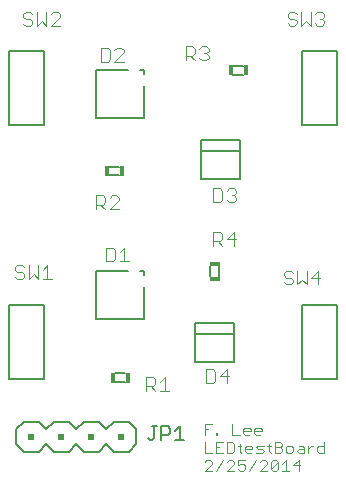
<source format=gto>
G75*
G70*
%OFA0B0*%
%FSLAX24Y24*%
%IPPOS*%
%LPD*%
%AMOC8*
5,1,8,0,0,1.08239X$1,22.5*
%
%ADD10C,0.0030*%
%ADD11C,0.0060*%
%ADD12R,0.0160X0.0340*%
%ADD13C,0.0040*%
%ADD14R,0.0340X0.0160*%
%ADD15C,0.0080*%
%ADD16R,0.0200X0.0200*%
%ADD17C,0.0050*%
D10*
X007052Y000528D02*
X007299Y000775D01*
X007299Y000837D01*
X007237Y000899D01*
X007114Y000899D01*
X007052Y000837D01*
X007052Y001128D02*
X007299Y001128D01*
X007420Y001128D02*
X007667Y001128D01*
X007789Y001128D02*
X007974Y001128D01*
X008036Y001190D01*
X008036Y001437D01*
X007974Y001499D01*
X007789Y001499D01*
X007789Y001128D01*
X007850Y000899D02*
X007789Y000837D01*
X007850Y000899D02*
X007974Y000899D01*
X008036Y000837D01*
X008036Y000775D01*
X007789Y000528D01*
X008036Y000528D01*
X008157Y000590D02*
X008219Y000528D01*
X008342Y000528D01*
X008404Y000590D01*
X008404Y000714D01*
X008342Y000775D01*
X008280Y000775D01*
X008157Y000714D01*
X008157Y000899D01*
X008404Y000899D01*
X008464Y001128D02*
X008402Y001190D01*
X008402Y001314D01*
X008464Y001375D01*
X008588Y001375D01*
X008649Y001314D01*
X008649Y001252D01*
X008402Y001252D01*
X008464Y001128D02*
X008588Y001128D01*
X008771Y001128D02*
X008956Y001128D01*
X009018Y001190D01*
X008956Y001252D01*
X008833Y001252D01*
X008771Y001314D01*
X008833Y001375D01*
X009018Y001375D01*
X009139Y001375D02*
X009263Y001375D01*
X009201Y001437D02*
X009201Y001190D01*
X009263Y001128D01*
X009385Y001128D02*
X009570Y001128D01*
X009632Y001190D01*
X009632Y001252D01*
X009570Y001314D01*
X009385Y001314D01*
X009385Y001499D02*
X009385Y001128D01*
X009324Y000899D02*
X009447Y000899D01*
X009509Y000837D01*
X009262Y000590D01*
X009324Y000528D01*
X009447Y000528D01*
X009509Y000590D01*
X009509Y000837D01*
X009630Y000775D02*
X009754Y000899D01*
X009754Y000528D01*
X009877Y000528D02*
X009630Y000528D01*
X009262Y000590D02*
X009262Y000837D01*
X009324Y000899D01*
X009140Y000837D02*
X009140Y000775D01*
X008894Y000528D01*
X009140Y000528D01*
X009140Y000837D02*
X009079Y000899D01*
X008955Y000899D01*
X008894Y000837D01*
X008772Y000899D02*
X008525Y000528D01*
X008280Y001128D02*
X008219Y001190D01*
X008219Y001437D01*
X008280Y001375D02*
X008157Y001375D01*
X008220Y001728D02*
X007973Y001728D01*
X007973Y002099D01*
X008341Y001914D02*
X008341Y001790D01*
X008403Y001728D01*
X008526Y001728D01*
X008588Y001852D02*
X008341Y001852D01*
X008341Y001914D02*
X008403Y001975D01*
X008526Y001975D01*
X008588Y001914D01*
X008588Y001852D01*
X008709Y001852D02*
X008956Y001852D01*
X008956Y001914D01*
X008895Y001975D01*
X008771Y001975D01*
X008709Y001914D01*
X008709Y001790D01*
X008771Y001728D01*
X008895Y001728D01*
X009385Y001499D02*
X009570Y001499D01*
X009632Y001437D01*
X009632Y001375D01*
X009570Y001314D01*
X009753Y001314D02*
X009753Y001190D01*
X009815Y001128D01*
X009938Y001128D01*
X010000Y001190D01*
X010000Y001314D01*
X009938Y001375D01*
X009815Y001375D01*
X009753Y001314D01*
X010121Y001190D02*
X010183Y001128D01*
X010368Y001128D01*
X010368Y001314D01*
X010306Y001375D01*
X010183Y001375D01*
X010183Y001252D02*
X010368Y001252D01*
X010490Y001252D02*
X010613Y001375D01*
X010675Y001375D01*
X010797Y001314D02*
X010858Y001375D01*
X011043Y001375D01*
X011043Y001499D02*
X011043Y001128D01*
X010858Y001128D01*
X010797Y001190D01*
X010797Y001314D01*
X010490Y001375D02*
X010490Y001128D01*
X010245Y000714D02*
X009999Y000714D01*
X010184Y000899D01*
X010184Y000528D01*
X010121Y001190D02*
X010183Y001252D01*
X007667Y001499D02*
X007420Y001499D01*
X007420Y001128D01*
X007420Y001314D02*
X007544Y001314D01*
X007667Y000899D02*
X007420Y000528D01*
X007299Y000528D02*
X007052Y000528D01*
X007052Y001128D02*
X007052Y001499D01*
X007052Y001728D02*
X007052Y002099D01*
X007299Y002099D01*
X007175Y001914D02*
X007052Y001914D01*
X007420Y001790D02*
X007482Y001790D01*
X007482Y001728D01*
X007420Y001728D01*
X007420Y001790D01*
D11*
X004404Y003503D02*
X004064Y003503D01*
X004064Y003783D02*
X004404Y003783D01*
X007243Y007017D02*
X007243Y007357D01*
X007524Y007357D02*
X007524Y007017D01*
X004207Y010393D02*
X003867Y010393D01*
X003867Y010673D02*
X004207Y010673D01*
X008001Y013739D02*
X008341Y013739D01*
X008341Y014020D02*
X008001Y014020D01*
D12*
X007921Y013880D03*
X008421Y013880D03*
X004287Y010533D03*
X003787Y010533D03*
X003984Y003643D03*
X004484Y003643D03*
D13*
X005105Y003659D02*
X005105Y003198D01*
X005105Y003352D02*
X005335Y003352D01*
X005412Y003429D01*
X005412Y003582D01*
X005335Y003659D01*
X005105Y003659D01*
X005258Y003352D02*
X005412Y003198D01*
X005565Y003198D02*
X005872Y003198D01*
X005719Y003198D02*
X005719Y003659D01*
X005565Y003505D01*
X007093Y003459D02*
X007323Y003459D01*
X007400Y003535D01*
X007400Y003842D01*
X007323Y003919D01*
X007093Y003919D01*
X007093Y003459D01*
X007553Y003689D02*
X007860Y003689D01*
X007784Y003919D02*
X007553Y003689D01*
X007784Y003459D02*
X007784Y003919D01*
X009764Y006746D02*
X009688Y006823D01*
X009764Y006746D02*
X009918Y006746D01*
X009995Y006823D01*
X009995Y006899D01*
X009918Y006976D01*
X009764Y006976D01*
X009688Y007053D01*
X009688Y007130D01*
X009764Y007206D01*
X009918Y007206D01*
X009995Y007130D01*
X010148Y007206D02*
X010148Y006746D01*
X010301Y006899D01*
X010455Y006746D01*
X010455Y007206D01*
X010608Y006976D02*
X010915Y006976D01*
X010839Y006746D02*
X010839Y007206D01*
X010608Y006976D01*
X008100Y008275D02*
X007793Y008275D01*
X008024Y008505D01*
X008024Y008045D01*
X007640Y008045D02*
X007486Y008198D01*
X007563Y008198D02*
X007333Y008198D01*
X007333Y008045D02*
X007333Y008505D01*
X007563Y008505D01*
X007640Y008428D01*
X007640Y008275D01*
X007563Y008198D01*
X007567Y009490D02*
X007337Y009490D01*
X007337Y009950D01*
X007567Y009950D01*
X007644Y009874D01*
X007644Y009567D01*
X007567Y009490D01*
X007797Y009567D02*
X007874Y009490D01*
X008028Y009490D01*
X008104Y009567D01*
X008104Y009644D01*
X008028Y009720D01*
X007951Y009720D01*
X008028Y009720D02*
X008104Y009797D01*
X008104Y009874D01*
X008028Y009950D01*
X007874Y009950D01*
X007797Y009874D01*
X007110Y014223D02*
X006956Y014223D01*
X006880Y014299D01*
X006726Y014223D02*
X006573Y014376D01*
X006649Y014376D02*
X006419Y014376D01*
X006419Y014223D02*
X006419Y014683D01*
X006649Y014683D01*
X006726Y014606D01*
X006726Y014453D01*
X006649Y014376D01*
X006880Y014606D02*
X006956Y014683D01*
X007110Y014683D01*
X007187Y014606D01*
X007187Y014530D01*
X007110Y014453D01*
X007187Y014376D01*
X007187Y014299D01*
X007110Y014223D01*
X007110Y014453D02*
X007033Y014453D01*
X004356Y014482D02*
X004356Y014559D01*
X004279Y014636D01*
X004126Y014636D01*
X004049Y014559D01*
X003895Y014559D02*
X003895Y014252D01*
X003819Y014175D01*
X003589Y014175D01*
X003589Y014636D01*
X003819Y014636D01*
X003895Y014559D01*
X004049Y014175D02*
X004356Y014482D01*
X004356Y014175D02*
X004049Y014175D01*
X002234Y015364D02*
X001927Y015364D01*
X002234Y015671D01*
X002234Y015748D01*
X002157Y015824D01*
X002003Y015824D01*
X001927Y015748D01*
X001773Y015824D02*
X001773Y015364D01*
X001620Y015518D01*
X001466Y015364D01*
X001466Y015824D01*
X001313Y015748D02*
X001236Y015824D01*
X001083Y015824D01*
X001006Y015748D01*
X001006Y015671D01*
X001083Y015594D01*
X001236Y015594D01*
X001313Y015518D01*
X001313Y015441D01*
X001236Y015364D01*
X001083Y015364D01*
X001006Y015441D01*
X003424Y009718D02*
X003654Y009718D01*
X003730Y009641D01*
X003730Y009488D01*
X003654Y009411D01*
X003424Y009411D01*
X003577Y009411D02*
X003730Y009257D01*
X003884Y009257D02*
X004191Y009564D01*
X004191Y009641D01*
X004114Y009718D01*
X003961Y009718D01*
X003884Y009641D01*
X003884Y009257D02*
X004191Y009257D01*
X003424Y009257D02*
X003424Y009718D01*
X003758Y007978D02*
X003988Y007978D01*
X004065Y007901D01*
X004065Y007594D01*
X003988Y007518D01*
X003758Y007518D01*
X003758Y007978D01*
X004218Y007825D02*
X004372Y007978D01*
X004372Y007518D01*
X004525Y007518D02*
X004218Y007518D01*
X001966Y006931D02*
X001659Y006931D01*
X001505Y006931D02*
X001505Y007391D01*
X001659Y007238D02*
X001812Y007391D01*
X001812Y006931D01*
X001505Y006931D02*
X001352Y007084D01*
X001199Y006931D01*
X001199Y007391D01*
X001045Y007315D02*
X000968Y007391D01*
X000815Y007391D01*
X000738Y007315D01*
X000738Y007238D01*
X000815Y007161D01*
X000968Y007161D01*
X001045Y007084D01*
X001045Y007008D01*
X000968Y006931D01*
X000815Y006931D01*
X000738Y007008D01*
X009818Y015449D02*
X009894Y015372D01*
X010048Y015372D01*
X010124Y015449D01*
X010124Y015525D01*
X010048Y015602D01*
X009894Y015602D01*
X009818Y015679D01*
X009818Y015756D01*
X009894Y015832D01*
X010048Y015832D01*
X010124Y015756D01*
X010278Y015832D02*
X010278Y015372D01*
X010431Y015525D01*
X010585Y015372D01*
X010585Y015832D01*
X010738Y015756D02*
X010815Y015832D01*
X010969Y015832D01*
X011045Y015756D01*
X011045Y015679D01*
X010969Y015602D01*
X011045Y015525D01*
X011045Y015449D01*
X010969Y015372D01*
X010815Y015372D01*
X010738Y015449D01*
X010892Y015602D02*
X010969Y015602D01*
D14*
X007383Y007437D03*
X007383Y006937D03*
D15*
X001031Y001175D02*
X000781Y001425D01*
X000781Y001925D01*
X001031Y002175D01*
X001531Y002175D01*
X001781Y001925D01*
X002031Y002175D01*
X002531Y002175D01*
X002781Y001925D01*
X003031Y002175D01*
X003531Y002175D01*
X003781Y001925D01*
X004031Y002175D01*
X004531Y002175D01*
X004781Y001925D01*
X004781Y001425D01*
X004531Y001175D01*
X004031Y001175D01*
X003781Y001425D01*
X003531Y001175D01*
X003031Y001175D01*
X002781Y001425D01*
X002531Y001175D01*
X002031Y001175D01*
X001781Y001425D01*
X001531Y001175D01*
X001031Y001175D01*
D16*
X001281Y001675D03*
X002281Y001675D03*
X003281Y001675D03*
X004281Y001675D03*
D17*
X005154Y001641D02*
X005229Y001565D01*
X005304Y001565D01*
X005379Y001641D01*
X005379Y002016D01*
X005304Y002016D02*
X005454Y002016D01*
X005614Y002016D02*
X005840Y002016D01*
X005915Y001941D01*
X005915Y001791D01*
X005840Y001716D01*
X005614Y001716D01*
X005614Y001565D02*
X005614Y002016D01*
X006075Y001866D02*
X006225Y002016D01*
X006225Y001565D01*
X006075Y001565D02*
X006375Y001565D01*
X006734Y004175D02*
X006734Y005080D01*
X008033Y005080D01*
X008033Y004175D01*
X006734Y004175D01*
X006734Y005080D02*
X006734Y005474D01*
X008033Y005474D01*
X008033Y005080D01*
X010297Y006065D02*
X010297Y003584D01*
X011478Y003584D01*
X011478Y006065D01*
X010297Y006065D01*
X008230Y010277D02*
X008230Y011183D01*
X006931Y011183D01*
X006931Y011576D01*
X008230Y011576D01*
X008230Y011183D01*
X008230Y010277D02*
X006931Y010277D01*
X006931Y011183D01*
X005021Y012305D02*
X005021Y013348D01*
X005021Y013761D02*
X005021Y013880D01*
X004903Y013880D01*
X004490Y013880D02*
X003446Y013880D01*
X003446Y012305D01*
X005021Y012305D01*
X001714Y012049D02*
X000533Y012049D01*
X000533Y014529D01*
X001714Y014529D01*
X001714Y012049D01*
X003446Y007187D02*
X004490Y007187D01*
X004903Y007187D02*
X005021Y007187D01*
X005021Y007069D01*
X005021Y006655D02*
X005021Y005612D01*
X003446Y005612D01*
X003446Y007187D01*
X001714Y006065D02*
X000533Y006065D01*
X000533Y003584D01*
X001714Y003584D01*
X001714Y006065D01*
X010297Y012049D02*
X011478Y012049D01*
X011478Y014529D01*
X010297Y014529D01*
X010297Y012049D01*
M02*

</source>
